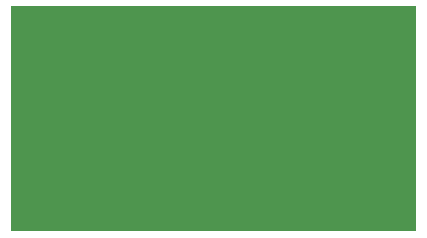
<source format=gbr>
G04 DipTrace 2.4.0.2*
%INBoard.gbr*%
%MOIN*%
%ADD11C,0.006*%
%FSLAX44Y44*%
G04*
G70*
G90*
G75*
G01*
%LNBoardPoly*%
%LPD*%
G36*
X3940Y11440D2*
D11*
Y3940D1*
X17440D1*
Y11440D1*
X3940D1*
G37*
M02*

</source>
